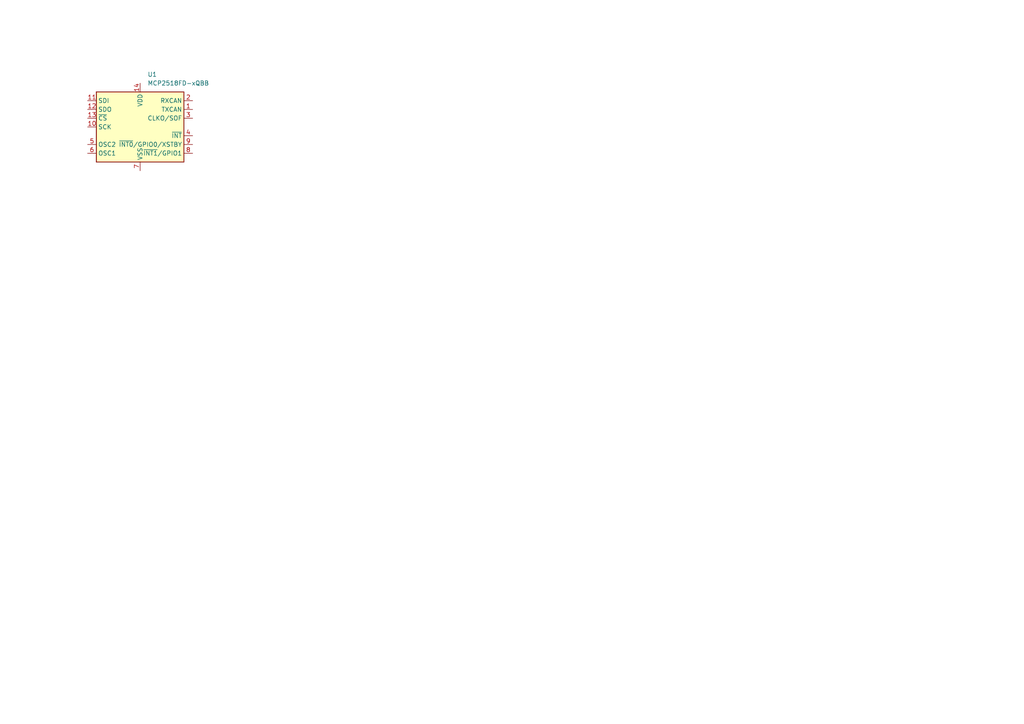
<source format=kicad_sch>
(kicad_sch
	(version 20250114)
	(generator "eeschema")
	(generator_version "9.0")
	(uuid "c865ecab-fd37-4dd7-a258-d41800e58176")
	(paper "A4")
	(lib_symbols
		(symbol "Interface_CAN_LIN:MCP2518FD-xQBB"
			(exclude_from_sim no)
			(in_bom yes)
			(on_board yes)
			(property "Reference" "U"
				(at 8.89 13.97 0)
				(effects
					(font
						(size 1.27 1.27)
					)
					(justify right)
				)
			)
			(property "Value" "MCP2518FD-xQBB"
				(at -3.81 13.97 0)
				(effects
					(font
						(size 1.27 1.27)
					)
					(justify right)
				)
			)
			(property "Footprint" "Package_DFN_QFN:DFN-14-1EP_3x4.5mm_P0.65mm_EP1.65x4.25mm"
				(at 1.27 -13.97 0)
				(effects
					(font
						(size 1.27 1.27)
					)
					(justify left)
					(hide yes)
				)
			)
			(property "Datasheet" "https://ww1.microchip.com/downloads/aemDocuments/documents/OTH/ProductDocuments/DataSheets/External-CAN-FD-Controller-with-SPI-Interface-DS20006027B.pdf"
				(at 1.27 -16.51 0)
				(effects
					(font
						(size 1.27 1.27)
					)
					(justify left)
					(hide yes)
				)
			)
			(property "Description" "CAN FD Controller with SPI Interface, up to 8 Mbps, Vdd 2.7..5.5V,  functional safety ready, VDFN-14"
				(at 0 0 0)
				(effects
					(font
						(size 1.27 1.27)
					)
					(hide yes)
				)
			)
			(property "ki_keywords" "microchip"
				(at 0 0 0)
				(effects
					(font
						(size 1.27 1.27)
					)
					(hide yes)
				)
			)
			(property "ki_fp_filters" "DFN*1EP*3x4.5mm*P0.65mm*"
				(at 0 0 0)
				(effects
					(font
						(size 1.27 1.27)
					)
					(hide yes)
				)
			)
			(symbol "MCP2518FD-xQBB_0_1"
				(rectangle
					(start -12.7 10.16)
					(end 12.7 -10.16)
					(stroke
						(width 0.254)
						(type default)
					)
					(fill
						(type background)
					)
				)
			)
			(symbol "MCP2518FD-xQBB_1_1"
				(pin input line
					(at -15.24 7.62 0)
					(length 2.54)
					(name "SDI"
						(effects
							(font
								(size 1.27 1.27)
							)
						)
					)
					(number "11"
						(effects
							(font
								(size 1.27 1.27)
							)
						)
					)
				)
				(pin output line
					(at -15.24 5.08 0)
					(length 2.54)
					(name "SDO"
						(effects
							(font
								(size 1.27 1.27)
							)
						)
					)
					(number "12"
						(effects
							(font
								(size 1.27 1.27)
							)
						)
					)
				)
				(pin input line
					(at -15.24 2.54 0)
					(length 2.54)
					(name "~{CS}"
						(effects
							(font
								(size 1.27 1.27)
							)
						)
					)
					(number "13"
						(effects
							(font
								(size 1.27 1.27)
							)
						)
					)
				)
				(pin input line
					(at -15.24 0 0)
					(length 2.54)
					(name "SCK"
						(effects
							(font
								(size 1.27 1.27)
							)
						)
					)
					(number "10"
						(effects
							(font
								(size 1.27 1.27)
							)
						)
					)
				)
				(pin output line
					(at -15.24 -5.08 0)
					(length 2.54)
					(name "OSC2"
						(effects
							(font
								(size 1.27 1.27)
							)
						)
					)
					(number "5"
						(effects
							(font
								(size 1.27 1.27)
							)
						)
					)
				)
				(pin input line
					(at -15.24 -7.62 0)
					(length 2.54)
					(name "OSC1"
						(effects
							(font
								(size 1.27 1.27)
							)
						)
					)
					(number "6"
						(effects
							(font
								(size 1.27 1.27)
							)
						)
					)
				)
				(pin power_in line
					(at 0 12.7 270)
					(length 2.54)
					(name "VDD"
						(effects
							(font
								(size 1.27 1.27)
							)
						)
					)
					(number "14"
						(effects
							(font
								(size 1.27 1.27)
							)
						)
					)
				)
				(pin passive line
					(at 0 -12.7 90)
					(length 2.54)
					(hide yes)
					(name "VSS"
						(effects
							(font
								(size 1.27 1.27)
							)
						)
					)
					(number "15"
						(effects
							(font
								(size 1.27 1.27)
							)
						)
					)
				)
				(pin power_in line
					(at 0 -12.7 90)
					(length 2.54)
					(name "VSS"
						(effects
							(font
								(size 1.27 1.27)
							)
						)
					)
					(number "7"
						(effects
							(font
								(size 1.27 1.27)
							)
						)
					)
				)
				(pin input line
					(at 15.24 7.62 180)
					(length 2.54)
					(name "RXCAN"
						(effects
							(font
								(size 1.27 1.27)
							)
						)
					)
					(number "2"
						(effects
							(font
								(size 1.27 1.27)
							)
						)
					)
				)
				(pin output line
					(at 15.24 5.08 180)
					(length 2.54)
					(name "TXCAN"
						(effects
							(font
								(size 1.27 1.27)
							)
						)
					)
					(number "1"
						(effects
							(font
								(size 1.27 1.27)
							)
						)
					)
				)
				(pin output line
					(at 15.24 2.54 180)
					(length 2.54)
					(name "CLKO/SOF"
						(effects
							(font
								(size 1.27 1.27)
							)
						)
					)
					(number "3"
						(effects
							(font
								(size 1.27 1.27)
							)
						)
					)
				)
				(pin output line
					(at 15.24 -2.54 180)
					(length 2.54)
					(name "~{INT}"
						(effects
							(font
								(size 1.27 1.27)
							)
						)
					)
					(number "4"
						(effects
							(font
								(size 1.27 1.27)
							)
						)
					)
				)
				(pin bidirectional line
					(at 15.24 -5.08 180)
					(length 2.54)
					(name "~{INT0}/GPIO0/XSTBY"
						(effects
							(font
								(size 1.27 1.27)
							)
						)
					)
					(number "9"
						(effects
							(font
								(size 1.27 1.27)
							)
						)
					)
				)
				(pin bidirectional line
					(at 15.24 -7.62 180)
					(length 2.54)
					(name "~{INT1}/GPIO1"
						(effects
							(font
								(size 1.27 1.27)
							)
						)
					)
					(number "8"
						(effects
							(font
								(size 1.27 1.27)
							)
						)
					)
				)
			)
			(embedded_fonts no)
		)
	)
	(symbol
		(lib_id "Interface_CAN_LIN:MCP2518FD-xQBB")
		(at 40.64 36.83 0)
		(unit 1)
		(exclude_from_sim no)
		(in_bom yes)
		(on_board yes)
		(dnp no)
		(fields_autoplaced yes)
		(uuid "66780127-00ed-4df2-9013-9ca402665df9")
		(property "Reference" "U1"
			(at 42.7833 21.59 0)
			(effects
				(font
					(size 1.27 1.27)
				)
				(justify left)
			)
		)
		(property "Value" "MCP2518FD-xQBB"
			(at 42.7833 24.13 0)
			(effects
				(font
					(size 1.27 1.27)
				)
				(justify left)
			)
		)
		(property "Footprint" "Package_DFN_QFN:DFN-14-1EP_3x4.5mm_P0.65mm_EP1.65x4.25mm"
			(at 41.91 50.8 0)
			(effects
				(font
					(size 1.27 1.27)
				)
				(justify left)
				(hide yes)
			)
		)
		(property "Datasheet" "https://ww1.microchip.com/downloads/aemDocuments/documents/OTH/ProductDocuments/DataSheets/External-CAN-FD-Controller-with-SPI-Interface-DS20006027B.pdf"
			(at 41.91 53.34 0)
			(effects
				(font
					(size 1.27 1.27)
				)
				(justify left)
				(hide yes)
			)
		)
		(property "Description" "CAN FD Controller with SPI Interface, up to 8 Mbps, Vdd 2.7..5.5V,  functional safety ready, VDFN-14"
			(at 40.64 36.83 0)
			(effects
				(font
					(size 1.27 1.27)
				)
				(hide yes)
			)
		)
		(pin "11"
			(uuid "34aeabe6-5f12-4906-b9c1-f0e9423994cb")
		)
		(pin "13"
			(uuid "14ae7954-f610-405f-b883-017635bb6419")
		)
		(pin "3"
			(uuid "75ec6e83-08dd-4962-8507-af9b43bc2319")
		)
		(pin "2"
			(uuid "6b4ea3e4-c13b-45c1-b4bf-78c8db324282")
		)
		(pin "15"
			(uuid "d606b251-c456-4f2f-a788-e21cdcfb6183")
		)
		(pin "12"
			(uuid "0bb590cb-fa78-4b5f-9400-63a1506a868f")
		)
		(pin "9"
			(uuid "220afa26-e45a-4b95-8604-ae83ee052faa")
		)
		(pin "1"
			(uuid "860e7e4d-45f5-4141-ae53-8ae068d29375")
		)
		(pin "6"
			(uuid "f73ad75f-99a8-45c4-8447-d88ed7248122")
		)
		(pin "14"
			(uuid "4f41662c-0e86-4cd7-9f26-be56b7174c8b")
		)
		(pin "10"
			(uuid "09a356c0-2d72-494b-b470-617629726d6d")
		)
		(pin "5"
			(uuid "2e7ed42a-f50f-4006-87e2-f8249d81fb98")
		)
		(pin "7"
			(uuid "6a29ac6b-1b09-46ff-98ff-a6d360701cd8")
		)
		(pin "4"
			(uuid "29e1e349-1f92-4e14-b440-9fda29eff64d")
		)
		(pin "8"
			(uuid "a52db01d-0062-47d2-9676-6bedf740a964")
		)
		(instances
			(project ""
				(path "/c865ecab-fd37-4dd7-a258-d41800e58176"
					(reference "U1")
					(unit 1)
				)
			)
		)
	)
	(sheet_instances
		(path "/"
			(page "1")
		)
	)
	(embedded_fonts no)
)

</source>
